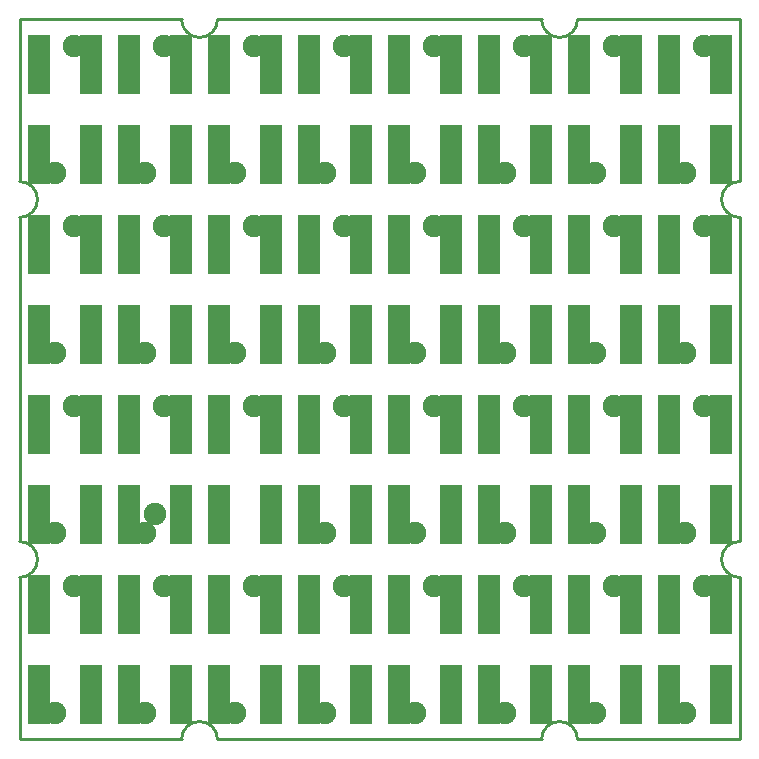
<source format=gts>
G04 #@! TF.FileFunction,Soldermask,Top*
%FSLAX46Y46*%
G04 Gerber Fmt 4.6, Leading zero omitted, Abs format (unit mm)*
G04 Created by KiCad (PCBNEW 4.0.1-3.201512221401+6198~38~ubuntu15.10.1-stable) date Thu Feb 18 21:59:59 2016*
%MOMM*%
G01*
G04 APERTURE LIST*
%ADD10C,0.152400*%
%ADD11C,0.254000*%
%ADD12R,1.908000X1.908000*%
%ADD13R,1.908000X1.808000*%
%ADD14C,1.908000*%
G04 APERTURE END LIST*
D10*
D11*
X44196000Y0D02*
X16764000Y0D01*
X60960000Y0D02*
X47244000Y0D01*
X60960000Y13716000D02*
X60960000Y0D01*
X60960000Y44196000D02*
X60960000Y16764000D01*
X60960000Y60960000D02*
X60960000Y47244000D01*
X47244000Y60960000D02*
X60960000Y60960000D01*
X16764000Y60960000D02*
X44196000Y60960000D01*
X0Y60960000D02*
X13716000Y60960000D01*
X0Y47244000D02*
X0Y60960000D01*
X0Y16764000D02*
X0Y44196000D01*
X0Y0D02*
X0Y13716000D01*
X13716000Y0D02*
X0Y0D01*
X60960000Y16764000D02*
G75*
G03X59436000Y15240000I0J-1524000D01*
G01*
X59436000Y15240000D02*
G75*
G03X60960000Y13716000I1524000J0D01*
G01*
X60960000Y47244000D02*
G75*
G03X59436000Y45720000I0J-1524000D01*
G01*
X59436000Y45720000D02*
G75*
G03X60960000Y44196000I1524000J0D01*
G01*
X44196000Y60960000D02*
G75*
G03X45720000Y59436000I1524000J0D01*
G01*
X45720000Y59436000D02*
G75*
G03X47244000Y60960000I0J1524000D01*
G01*
X13716000Y60960000D02*
G75*
G03X15240000Y59436000I1524000J0D01*
G01*
X15240000Y59436000D02*
G75*
G03X16764000Y60960000I0J1524000D01*
G01*
X0Y44196000D02*
G75*
G03X1524000Y45720000I0J1524000D01*
G01*
X1524000Y45720000D02*
G75*
G03X0Y47244000I-1524000J0D01*
G01*
X0Y13716000D02*
G75*
G03X1524000Y15240000I0J1524000D01*
G01*
X1524000Y15240000D02*
G75*
G03X0Y16764000I-1524000J0D01*
G01*
X16764000Y0D02*
G75*
G03X15240000Y1524000I-1524000J0D01*
G01*
X15240000Y1524000D02*
G75*
G03X13716000Y0I0J-1524000D01*
G01*
X45720000Y1524000D02*
G75*
G03X44196000Y0I0J-1524000D01*
G01*
X47244000Y0D02*
G75*
G03X45720000Y1524000I-1524000J0D01*
G01*
D12*
X24470000Y2210000D03*
X28870000Y2210000D03*
D13*
X28870000Y3810000D03*
X24470000Y3810000D03*
D12*
X24470000Y5410000D03*
X28870000Y5410000D03*
D14*
X25870000Y2210000D03*
D12*
X1610000Y2210000D03*
X6010000Y2210000D03*
D13*
X6010000Y3810000D03*
X1610000Y3810000D03*
D12*
X1610000Y5410000D03*
X6010000Y5410000D03*
D14*
X3010000Y2210000D03*
D12*
X9230000Y2210000D03*
X13630000Y2210000D03*
D13*
X13630000Y3810000D03*
X9230000Y3810000D03*
D12*
X9230000Y5410000D03*
X13630000Y5410000D03*
D14*
X10630000Y2210000D03*
D12*
X16850000Y2210000D03*
X21250000Y2210000D03*
D13*
X21250000Y3810000D03*
X16850000Y3810000D03*
D12*
X16850000Y5410000D03*
X21250000Y5410000D03*
D14*
X18250000Y2210000D03*
D12*
X32090000Y2210000D03*
X36490000Y2210000D03*
D13*
X36490000Y3810000D03*
X32090000Y3810000D03*
D12*
X32090000Y5410000D03*
X36490000Y5410000D03*
D14*
X33490000Y2210000D03*
D12*
X39710000Y2210000D03*
X44110000Y2210000D03*
D13*
X44110000Y3810000D03*
X39710000Y3810000D03*
D12*
X39710000Y5410000D03*
X44110000Y5410000D03*
D14*
X41110000Y2210000D03*
D12*
X47330000Y2210000D03*
X51730000Y2210000D03*
D13*
X51730000Y3810000D03*
X47330000Y3810000D03*
D12*
X47330000Y5410000D03*
X51730000Y5410000D03*
D14*
X48730000Y2210000D03*
D12*
X54950000Y2210000D03*
X59350000Y2210000D03*
D13*
X59350000Y3810000D03*
X54950000Y3810000D03*
D12*
X54950000Y5410000D03*
X59350000Y5410000D03*
D14*
X56350000Y2210000D03*
D12*
X59350000Y13030000D03*
X54950000Y13030000D03*
D13*
X54950000Y11430000D03*
X59350000Y11430000D03*
D12*
X59350000Y9830000D03*
X54950000Y9830000D03*
D14*
X57950000Y13030000D03*
D12*
X51730000Y13030000D03*
X47330000Y13030000D03*
D13*
X47330000Y11430000D03*
X51730000Y11430000D03*
D12*
X51730000Y9830000D03*
X47330000Y9830000D03*
D14*
X50330000Y13030000D03*
D12*
X44110000Y13030000D03*
X39710000Y13030000D03*
D13*
X39710000Y11430000D03*
X44110000Y11430000D03*
D12*
X44110000Y9830000D03*
X39710000Y9830000D03*
D14*
X42710000Y13030000D03*
D12*
X36490000Y13030000D03*
X32090000Y13030000D03*
D13*
X32090000Y11430000D03*
X36490000Y11430000D03*
D12*
X36490000Y9830000D03*
X32090000Y9830000D03*
D14*
X35090000Y13030000D03*
D12*
X28870000Y13030000D03*
X24470000Y13030000D03*
D13*
X24470000Y11430000D03*
X28870000Y11430000D03*
D12*
X28870000Y9830000D03*
X24470000Y9830000D03*
D14*
X27470000Y13030000D03*
D12*
X21250000Y13030000D03*
X16850000Y13030000D03*
D13*
X16850000Y11430000D03*
X21250000Y11430000D03*
D12*
X21250000Y9830000D03*
X16850000Y9830000D03*
D14*
X19850000Y13030000D03*
D12*
X13630000Y13030000D03*
X9230000Y13030000D03*
D13*
X9230000Y11430000D03*
X13630000Y11430000D03*
D12*
X13630000Y9830000D03*
X9230000Y9830000D03*
D14*
X12230000Y13030000D03*
D12*
X1610000Y17450000D03*
X6010000Y17450000D03*
D13*
X6010000Y19050000D03*
X1610000Y19050000D03*
D12*
X1610000Y20650000D03*
X6010000Y20650000D03*
D14*
X3010000Y17450000D03*
D12*
X9230000Y17450000D03*
X13630000Y17450000D03*
D13*
X13630000Y19050000D03*
X9230000Y19050000D03*
D12*
X9230000Y20650000D03*
X13630000Y20650000D03*
D14*
X10630000Y17450000D03*
D12*
X16850000Y17450000D03*
X21250000Y17450000D03*
D13*
X21250000Y19050000D03*
X16850000Y19050000D03*
D12*
X16850000Y20650000D03*
X21250000Y20650000D03*
D14*
X11430000Y19050000D03*
D12*
X24470000Y17450000D03*
X28870000Y17450000D03*
D13*
X28870000Y19050000D03*
X24470000Y19050000D03*
D12*
X24470000Y20650000D03*
X28870000Y20650000D03*
D14*
X25870000Y17450000D03*
D12*
X32090000Y17450000D03*
X36490000Y17450000D03*
D13*
X36490000Y19050000D03*
X32090000Y19050000D03*
D12*
X32090000Y20650000D03*
X36490000Y20650000D03*
D14*
X33490000Y17450000D03*
D12*
X39710000Y17450000D03*
X44110000Y17450000D03*
D13*
X44110000Y19050000D03*
X39710000Y19050000D03*
D12*
X39710000Y20650000D03*
X44110000Y20650000D03*
D14*
X41110000Y17450000D03*
D12*
X47330000Y17450000D03*
X51730000Y17450000D03*
D13*
X51730000Y19050000D03*
X47330000Y19050000D03*
D12*
X47330000Y20650000D03*
X51730000Y20650000D03*
D14*
X48730000Y17450000D03*
D12*
X54950000Y17450000D03*
X59350000Y17450000D03*
D13*
X59350000Y19050000D03*
X54950000Y19050000D03*
D12*
X54950000Y20650000D03*
X59350000Y20650000D03*
D14*
X56350000Y17450000D03*
D12*
X59350000Y28270000D03*
X54950000Y28270000D03*
D13*
X54950000Y26670000D03*
X59350000Y26670000D03*
D12*
X59350000Y25070000D03*
X54950000Y25070000D03*
D14*
X57950000Y28270000D03*
D12*
X51730000Y28270000D03*
X47330000Y28270000D03*
D13*
X47330000Y26670000D03*
X51730000Y26670000D03*
D12*
X51730000Y25070000D03*
X47330000Y25070000D03*
D14*
X50330000Y28270000D03*
D12*
X44110000Y28270000D03*
X39710000Y28270000D03*
D13*
X39710000Y26670000D03*
X44110000Y26670000D03*
D12*
X44110000Y25070000D03*
X39710000Y25070000D03*
D14*
X42710000Y28270000D03*
D12*
X36490000Y28270000D03*
X32090000Y28270000D03*
D13*
X32090000Y26670000D03*
X36490000Y26670000D03*
D12*
X36490000Y25070000D03*
X32090000Y25070000D03*
D14*
X35090000Y28270000D03*
D12*
X28870000Y28270000D03*
X24470000Y28270000D03*
D13*
X24470000Y26670000D03*
X28870000Y26670000D03*
D12*
X28870000Y25070000D03*
X24470000Y25070000D03*
D14*
X27470000Y28270000D03*
D12*
X21250000Y28270000D03*
X16850000Y28270000D03*
D13*
X16850000Y26670000D03*
X21250000Y26670000D03*
D12*
X21250000Y25070000D03*
X16850000Y25070000D03*
D14*
X19850000Y28270000D03*
D12*
X13630000Y28270000D03*
X9230000Y28270000D03*
D13*
X9230000Y26670000D03*
X13630000Y26670000D03*
D12*
X13630000Y25070000D03*
X9230000Y25070000D03*
D14*
X12230000Y28270000D03*
D12*
X6010000Y28270000D03*
X1610000Y28270000D03*
D13*
X1610000Y26670000D03*
X6010000Y26670000D03*
D12*
X6010000Y25070000D03*
X1610000Y25070000D03*
D14*
X4610000Y28270000D03*
D12*
X1610000Y32690000D03*
X6010000Y32690000D03*
D13*
X6010000Y34290000D03*
X1610000Y34290000D03*
D12*
X1610000Y35890000D03*
X6010000Y35890000D03*
D14*
X3010000Y32690000D03*
D12*
X9230000Y32690000D03*
X13630000Y32690000D03*
D13*
X13630000Y34290000D03*
X9230000Y34290000D03*
D12*
X9230000Y35890000D03*
X13630000Y35890000D03*
D14*
X10630000Y32690000D03*
D12*
X16850000Y32690000D03*
X21250000Y32690000D03*
D13*
X21250000Y34290000D03*
X16850000Y34290000D03*
D12*
X16850000Y35890000D03*
X21250000Y35890000D03*
D14*
X18250000Y32690000D03*
D12*
X24470000Y32690000D03*
X28870000Y32690000D03*
D13*
X28870000Y34290000D03*
X24470000Y34290000D03*
D12*
X24470000Y35890000D03*
X28870000Y35890000D03*
D14*
X25870000Y32690000D03*
D12*
X32090000Y32690000D03*
X36490000Y32690000D03*
D13*
X36490000Y34290000D03*
X32090000Y34290000D03*
D12*
X32090000Y35890000D03*
X36490000Y35890000D03*
D14*
X33490000Y32690000D03*
D12*
X39710000Y32690000D03*
X44110000Y32690000D03*
D13*
X44110000Y34290000D03*
X39710000Y34290000D03*
D12*
X39710000Y35890000D03*
X44110000Y35890000D03*
D14*
X41110000Y32690000D03*
D12*
X47330000Y32690000D03*
X51730000Y32690000D03*
D13*
X51730000Y34290000D03*
X47330000Y34290000D03*
D12*
X47330000Y35890000D03*
X51730000Y35890000D03*
D14*
X48730000Y32690000D03*
D12*
X54950000Y32690000D03*
X59350000Y32690000D03*
D13*
X59350000Y34290000D03*
X54950000Y34290000D03*
D12*
X54950000Y35890000D03*
X59350000Y35890000D03*
D14*
X56350000Y32690000D03*
D12*
X59350000Y43510000D03*
X54950000Y43510000D03*
D13*
X54950000Y41910000D03*
X59350000Y41910000D03*
D12*
X59350000Y40310000D03*
X54950000Y40310000D03*
D14*
X57950000Y43510000D03*
D12*
X51730000Y43510000D03*
X47330000Y43510000D03*
D13*
X47330000Y41910000D03*
X51730000Y41910000D03*
D12*
X51730000Y40310000D03*
X47330000Y40310000D03*
D14*
X50330000Y43510000D03*
D12*
X44110000Y43510000D03*
X39710000Y43510000D03*
D13*
X39710000Y41910000D03*
X44110000Y41910000D03*
D12*
X44110000Y40310000D03*
X39710000Y40310000D03*
D14*
X42710000Y43510000D03*
D12*
X36490000Y43510000D03*
X32090000Y43510000D03*
D13*
X32090000Y41910000D03*
X36490000Y41910000D03*
D12*
X36490000Y40310000D03*
X32090000Y40310000D03*
D14*
X35090000Y43510000D03*
D12*
X28870000Y43510000D03*
X24470000Y43510000D03*
D13*
X24470000Y41910000D03*
X28870000Y41910000D03*
D12*
X28870000Y40310000D03*
X24470000Y40310000D03*
D14*
X27470000Y43510000D03*
D12*
X21250000Y43510000D03*
X16850000Y43510000D03*
D13*
X16850000Y41910000D03*
X21250000Y41910000D03*
D12*
X21250000Y40310000D03*
X16850000Y40310000D03*
D14*
X19850000Y43510000D03*
D12*
X13630000Y43510000D03*
X9230000Y43510000D03*
D13*
X9230000Y41910000D03*
X13630000Y41910000D03*
D12*
X13630000Y40310000D03*
X9230000Y40310000D03*
D14*
X12230000Y43510000D03*
D12*
X6010000Y43510000D03*
X1610000Y43510000D03*
D13*
X1610000Y41910000D03*
X6010000Y41910000D03*
D12*
X6010000Y40310000D03*
X1610000Y40310000D03*
D14*
X4610000Y43510000D03*
D12*
X1610000Y47930000D03*
X6010000Y47930000D03*
D13*
X6010000Y49530000D03*
X1610000Y49530000D03*
D12*
X1610000Y51130000D03*
X6010000Y51130000D03*
D14*
X3010000Y47930000D03*
D12*
X9230000Y47930000D03*
X13630000Y47930000D03*
D13*
X13630000Y49530000D03*
X9230000Y49530000D03*
D12*
X9230000Y51130000D03*
X13630000Y51130000D03*
D14*
X10630000Y47930000D03*
D12*
X16850000Y47930000D03*
X21250000Y47930000D03*
D13*
X21250000Y49530000D03*
X16850000Y49530000D03*
D12*
X16850000Y51130000D03*
X21250000Y51130000D03*
D14*
X18250000Y47930000D03*
D12*
X24470000Y47930000D03*
X28870000Y47930000D03*
D13*
X28870000Y49530000D03*
X24470000Y49530000D03*
D12*
X24470000Y51130000D03*
X28870000Y51130000D03*
D14*
X25870000Y47930000D03*
D12*
X32090000Y47930000D03*
X36490000Y47930000D03*
D13*
X36490000Y49530000D03*
X32090000Y49530000D03*
D12*
X32090000Y51130000D03*
X36490000Y51130000D03*
D14*
X33490000Y47930000D03*
D12*
X39710000Y47930000D03*
X44110000Y47930000D03*
D13*
X44110000Y49530000D03*
X39710000Y49530000D03*
D12*
X39710000Y51130000D03*
X44110000Y51130000D03*
D14*
X41110000Y47930000D03*
D12*
X47330000Y47930000D03*
X51730000Y47930000D03*
D13*
X51730000Y49530000D03*
X47330000Y49530000D03*
D12*
X47330000Y51130000D03*
X51730000Y51130000D03*
D14*
X48730000Y47930000D03*
D12*
X54950000Y47930000D03*
X59350000Y47930000D03*
D13*
X59350000Y49530000D03*
X54950000Y49530000D03*
D12*
X54950000Y51130000D03*
X59350000Y51130000D03*
D14*
X56350000Y47930000D03*
D12*
X59350000Y58750000D03*
X54950000Y58750000D03*
D13*
X54950000Y57150000D03*
X59350000Y57150000D03*
D12*
X59350000Y55550000D03*
X54950000Y55550000D03*
D14*
X57950000Y58750000D03*
D12*
X51730000Y58750000D03*
X47330000Y58750000D03*
D13*
X47330000Y57150000D03*
X51730000Y57150000D03*
D12*
X51730000Y55550000D03*
X47330000Y55550000D03*
D14*
X50330000Y58750000D03*
D12*
X44110000Y58750000D03*
X39710000Y58750000D03*
D13*
X39710000Y57150000D03*
X44110000Y57150000D03*
D12*
X44110000Y55550000D03*
X39710000Y55550000D03*
D14*
X42710000Y58750000D03*
D12*
X36490000Y58750000D03*
X32090000Y58750000D03*
D13*
X32090000Y57150000D03*
X36490000Y57150000D03*
D12*
X36490000Y55550000D03*
X32090000Y55550000D03*
D14*
X35090000Y58750000D03*
D12*
X28870000Y58750000D03*
X24470000Y58750000D03*
D13*
X24470000Y57150000D03*
X28870000Y57150000D03*
D12*
X28870000Y55550000D03*
X24470000Y55550000D03*
D14*
X27470000Y58750000D03*
D12*
X21250000Y58750000D03*
X16850000Y58750000D03*
D13*
X16850000Y57150000D03*
X21250000Y57150000D03*
D12*
X21250000Y55550000D03*
X16850000Y55550000D03*
D14*
X19850000Y58750000D03*
D12*
X13630000Y58750000D03*
X9230000Y58750000D03*
D13*
X9230000Y57150000D03*
X13630000Y57150000D03*
D12*
X13630000Y55550000D03*
X9230000Y55550000D03*
D14*
X12230000Y58750000D03*
D12*
X6010000Y58750000D03*
X1610000Y58750000D03*
D13*
X1610000Y57150000D03*
X6010000Y57150000D03*
D12*
X6010000Y55550000D03*
X1610000Y55550000D03*
D14*
X4610000Y58750000D03*
D12*
X6010000Y13030000D03*
X1610000Y13030000D03*
D13*
X1610000Y11430000D03*
X6010000Y11430000D03*
D12*
X6010000Y9830000D03*
X1610000Y9830000D03*
D14*
X4610000Y13030000D03*
M02*

</source>
